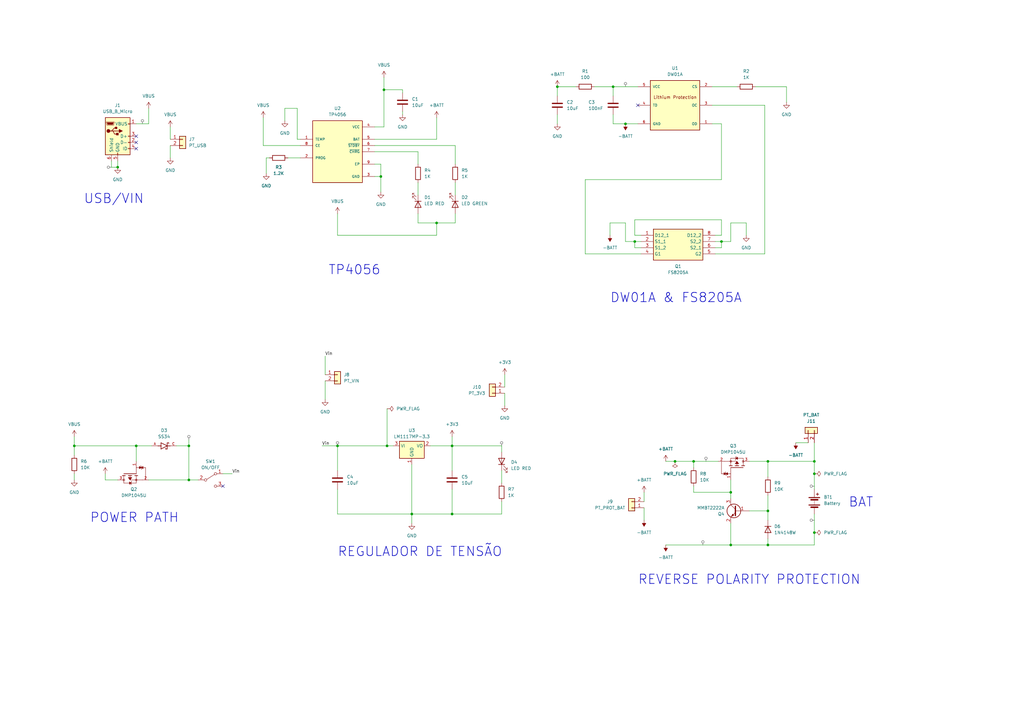
<source format=kicad_sch>
(kicad_sch (version 20230121) (generator eeschema)
  (paper "A3")
  (lib_symbols
    (symbol "Componentes_Usuario:DMP1045U" (pin_names (offset 1.016))
      (property "Reference" "Q" (at -10.16 7.62 0))
      (property "Value" "DMP1045U" (at -10.16 -7.62 0))
      (symbol "DMP1045U_0_0"
        (polyline (pts (xy -3.048 4.572) (xy -3.302 4.318)) (stroke (width 0.1524)))
        (polyline (pts (xy -2.54 2.54) (xy -2.54 4.572)) (stroke (width 0.1524)))
        (polyline (pts (xy -2.54 2.54) (xy 0 2.54)) (stroke (width 0.1524)))
        (polyline (pts (xy -2.54 4.572) (xy -3.048 4.572)) (stroke (width 0.1524)))
        (polyline (pts (xy -2.54 6.35) (xy -2.54 5.334)) (stroke (width 0.1524)))
        (polyline (pts (xy -2.54 6.35) (xy 2.54 6.35)) (stroke (width 0.1524)))
        (polyline (pts (xy -2.032 4.572) (xy -2.54 4.572)) (stroke (width 0.1524)))
        (polyline (pts (xy -1.778 4.826) (xy -2.032 4.572)) (stroke (width 0.1524)))
        (polyline (pts (xy 0 -2.54) (xy 0 2.54)) (stroke (width 0.254)))
        (polyline (pts (xy 0.762 -3.175) (xy 0.762 -2.54)) (stroke (width 0.254)))
        (polyline (pts (xy 0.762 -2.54) (xy 0.762 -1.905)) (stroke (width 0.254)))
        (polyline (pts (xy 0.762 -2.54) (xy 3.81 -2.54)) (stroke (width 0.1524)))
        (polyline (pts (xy 0.762 -0.762) (xy 0.762 0)) (stroke (width 0.254)))
        (polyline (pts (xy 0.762 0) (xy 0.762 0.762)) (stroke (width 0.254)))
        (polyline (pts (xy 0.762 0) (xy 2.54 0)) (stroke (width 0.1524)))
        (polyline (pts (xy 0.762 1.905) (xy 0.762 2.54)) (stroke (width 0.254)))
        (polyline (pts (xy 0.762 2.54) (xy 0.762 3.175)) (stroke (width 0.254)))
        (polyline (pts (xy 2.54 0) (xy 2.54 2.54)) (stroke (width 0.1524)))
        (polyline (pts (xy 2.54 2.54) (xy 0.762 2.54)) (stroke (width 0.1524)))
        (polyline (pts (xy 2.54 2.54) (xy 2.54 5.08)) (stroke (width 0.1524)))
        (polyline (pts (xy 2.54 2.54) (xy 3.81 2.54)) (stroke (width 0.1524)))
        (polyline (pts (xy 3.048 0.762) (xy 3.302 0.508)) (stroke (width 0.1524)))
        (polyline (pts (xy 3.302 0.508) (xy 3.81 0.508)) (stroke (width 0.1524)))
        (polyline (pts (xy 3.81 -2.54) (xy 3.81 0.508)) (stroke (width 0.1524)))
        (polyline (pts (xy 3.81 0.508) (xy 3.81 2.54)) (stroke (width 0.1524)))
        (polyline (pts (xy 3.81 0.508) (xy 4.318 0.508)) (stroke (width 0.1524)))
        (polyline (pts (xy 4.318 0.508) (xy 4.572 0.254)) (stroke (width 0.1524)))
        (polyline (pts (xy -2.54 4.572) (xy -3.048 5.334) (xy -2.032 5.334) (xy -2.54 4.572)) (stroke (width 0.1524)) (fill (type outline)))
        (polyline (pts (xy -2.54 4.572) (xy -2.032 3.81) (xy -3.048 3.81) (xy -2.54 4.572)) (stroke (width 0.1524)) (fill (type outline)))
        (polyline (pts (xy 2.54 0) (xy 1.524 0.762) (xy 1.524 -0.762) (xy 2.54 0)) (stroke (width 0.1524)) (fill (type outline)))
        (polyline (pts (xy 3.81 0.508) (xy 4.318 -0.254) (xy 3.302 -0.254) (xy 3.81 0.508)) (stroke (width 0.1524)) (fill (type outline)))
        (circle (center 2.54 -2.54) (radius 0.3592))
        (circle (center 2.54 2.54) (radius 0.3592))
        (pin passive line (at -5.08 2.54 0) (length 2.54) (name "~") (number "1"))
        (pin passive line (at 2.54 7.62 270) (length 2.54) (name "~") (number "2"))
        (pin passive line (at 2.54 -5.08 90) (length 2.54) (name "~") (number "3"))
      )
    )
    (symbol "Componentes_Usuario:DW01A" (pin_names (offset 1.016))
      (property "Reference" "U" (at -10.16 11.43 0))
      (property "Value" "DW01A" (at -10.16 -12.7 0))
      (symbol "DW01A_0_0"
        (rectangle (start -10.16 10.16) (end 10.16 -10.16) (stroke (width 0.254)) (fill (type background)))
        (text "Lithium Protection" (at -8.89 2.54 0) (effects (font (size 1.27 1.27)) (justify left bottom)))
      )
      (symbol "DW01A_1_0"
        (pin passive line (at 15.24 -7.62 180) (length 5.08) (name "OD") (number "1"))
        (pin passive line (at 15.24 7.62 180) (length 5.08) (name "CS") (number "2"))
        (pin passive line (at 15.24 0 180) (length 5.08) (name "OC") (number "3"))
        (pin passive line (at -15.24 0 0) (length 5.08) (name "TD") (number "4"))
        (pin passive line (at -15.24 7.62 0) (length 5.08) (name "VCC") (number "5"))
        (pin passive line (at -15.24 -7.62 0) (length 5.08) (name "GND") (number "6"))
      )
    )
    (symbol "Componentes_Usuario:FS8205A"
      (property "Reference" "Q" (at -10.16 -7.62 0))
      (property "Value" "FS8205A" (at -10.16 -10.16 0))
      (symbol "FS8205A_1_1"
        (rectangle (start -10.16 6.35) (end 10.16 -6.35) (stroke (width 0.254)) (fill (type background)))
        (pin passive line (at -15.24 3.81 0) (length 5.08) (name "D12_1") (number "1"))
        (pin passive line (at -15.24 1.27 0) (length 5.08) (name "S1_1") (number "2"))
        (pin passive line (at -15.24 -1.27 0) (length 5.08) (name "S1_2") (number "3"))
        (pin passive line (at -15.24 -3.81 0) (length 5.08) (name "G1") (number "4"))
        (pin passive line (at 15.24 -3.81 180) (length 5.08) (name "G2") (number "5"))
        (pin passive line (at 15.24 -1.27 180) (length 5.08) (name "S2_1") (number "6"))
        (pin passive line (at 15.24 1.27 180) (length 5.08) (name "S2_2") (number "7"))
        (pin passive line (at 15.24 3.81 180) (length 5.08) (name "D12_2") (number "8"))
      )
    )
    (symbol "Componentes_Usuario:SS34" (pin_names (offset 1.016))
      (property "Reference" "D" (at -5.08 2.54 0))
      (property "Value" "SS34" (at -5.08 -3.81 0))
      (symbol "SS34_0_0"
        (polyline (pts (xy -2.54 0) (xy -1.27 0)) (stroke (width 0.254)))
        (polyline (pts (xy -1.27 -1.27) (xy 1.27 0)) (stroke (width 0.254)))
        (polyline (pts (xy -1.27 0) (xy -1.27 -1.27)) (stroke (width 0.254)))
        (polyline (pts (xy -1.27 1.27) (xy -1.27 0)) (stroke (width 0.254)))
        (polyline (pts (xy 0.635 -1.016) (xy 0.635 -1.27)) (stroke (width 0.254)))
        (polyline (pts (xy 1.27 -1.27) (xy 0.635 -1.27)) (stroke (width 0.254)))
        (polyline (pts (xy 1.27 0) (xy -1.27 1.27)) (stroke (width 0.254)))
        (polyline (pts (xy 1.27 0) (xy 1.27 -1.27)) (stroke (width 0.254)))
        (polyline (pts (xy 1.27 1.27) (xy 1.27 0)) (stroke (width 0.254)))
        (polyline (pts (xy 1.905 1.27) (xy 1.27 1.27)) (stroke (width 0.254)))
        (polyline (pts (xy 1.905 1.27) (xy 1.905 1.016)) (stroke (width 0.254)))
        (polyline (pts (xy 2.54 0) (xy 1.27 0)) (stroke (width 0.254)))
        (pin passive line (at -5.08 0 0) (length 2.54) (name "~") (number "A"))
        (pin passive line (at 5.08 0 180) (length 2.54) (name "~") (number "C"))
      )
    )
    (symbol "Componentes_Usuario:TP4056" (pin_names (offset 1.016))
      (property "Reference" "U" (at -10.16 13.208 0))
      (property "Value" "TP4056" (at -10.16 -15.24 0))
      (symbol "TP4056_0_0"
        (rectangle (start -10.16 -12.7) (end 10.16 12.7) (stroke (width 0.254)) (fill (type background)))
        (pin passive line (at 15.24 -5.08 180) (length 5.08) (name "EP") (number "9"))
      )
      (symbol "TP4056_1_0"
        (pin passive line (at -15.24 5.08 0) (length 5.08) (name "TEMP") (number "1"))
        (pin passive line (at -15.24 -2.54 0) (length 5.08) (name "PROG") (number "2"))
        (pin passive line (at 15.24 -10.16 180) (length 5.08) (name "GND") (number "3"))
        (pin passive line (at 15.24 10.16 180) (length 5.08) (name "VCC") (number "4"))
        (pin passive line (at 15.24 5.08 180) (length 5.08) (name "BAT") (number "5"))
        (pin passive line (at 15.24 2.54 180) (length 5.08) (name "~{STDBY}") (number "6"))
        (pin passive line (at 15.24 0 180) (length 5.08) (name "~{CHRG}") (number "7"))
        (pin passive line (at -15.24 2.54 0) (length 5.08) (name "CE") (number "8"))
      )
    )
    (symbol "Connector:USB_B_Micro" (pin_names (offset 1.016))
      (property "Reference" "J" (at -5.08 11.43 0))
      (property "Value" "USB_B_Micro" (at -5.08 8.89 0))
      (symbol "USB_B_Micro_0_1"
        (rectangle (start -5.08 -7.62) (end 5.08 7.62) (stroke (width 0.254)) (fill (type background)))
        (circle (center -3.81 2.159) (radius 0.635) (stroke (width 0.254)) (fill (type outline)))
        (circle (center -0.635 3.429) (radius 0.381) (stroke (width 0.254)) (fill (type outline)))
        (rectangle (start -0.127 -7.62) (end 0.127 -6.858))
        (polyline (pts (xy -1.905 2.159) (xy 0.635 2.159)) (stroke (width 0.254)))
        (polyline (pts (xy -3.175 2.159) (xy -2.54 2.159) (xy -1.27 3.429) (xy -0.635 3.429)) (stroke (width 0.254)))
        (polyline (pts (xy -2.54 2.159) (xy -1.905 2.159) (xy -1.27 0.889) (xy 0 0.889)) (stroke (width 0.254)))
        (polyline (pts (xy 0.635 2.794) (xy 0.635 1.524) (xy 1.905 2.159) (xy 0.635 2.794)) (stroke (width 0.254)) (fill (type outline)))
        (polyline (pts (xy -4.318 5.588) (xy -1.778 5.588) (xy -2.032 4.826) (xy -4.064 4.826) (xy -4.318 5.588)) (fill (type outline)))
        (polyline (pts (xy -4.699 5.842) (xy -4.699 5.588) (xy -4.445 4.826) (xy -4.445 4.572) (xy -1.651 4.572) (xy -1.651 4.826) (xy -1.397 5.588) (xy -1.397 5.842) (xy -4.699 5.842)))
        (rectangle (start 0.254 1.27) (end -0.508 0.508) (stroke (width 0.254)) (fill (type outline)))
        (rectangle (start 5.08 -5.207) (end 4.318 -4.953))
        (rectangle (start 5.08 -2.667) (end 4.318 -2.413))
        (rectangle (start 5.08 -0.127) (end 4.318 0.127))
        (rectangle (start 5.08 4.953) (end 4.318 5.207))
      )
      (symbol "USB_B_Micro_1_1"
        (pin power_out line (at 7.62 5.08 180) (length 2.54) (name "VBUS") (number "1"))
        (pin bidirectional line (at 7.62 -2.54 180) (length 2.54) (name "D-") (number "2"))
        (pin bidirectional line (at 7.62 0 180) (length 2.54) (name "D+") (number "3"))
        (pin passive line (at 7.62 -5.08 180) (length 2.54) (name "ID") (number "4"))
        (pin power_out line (at 0 -10.16 90) (length 2.54) (name "GND") (number "5"))
        (pin passive line (at -2.54 -10.16 90) (length 2.54) (name "Shield") (number "6"))
      )
    )
    (symbol "Connector_Generic:Conn_01x02" (pin_names (offset 1.016) hide)
      (property "Reference" "J" (at 0 2.54 0))
      (property "Value" "Conn_01x02" (at 0 -5.08 0))
      (symbol "Conn_01x02_1_1"
        (rectangle (start -1.27 -2.413) (end 0 -2.667) (stroke (width 0.1524)))
        (rectangle (start -1.27 0.127) (end 0 -0.127) (stroke (width 0.1524)))
        (rectangle (start -1.27 1.27) (end 1.27 -3.81) (stroke (width 0.254)) (fill (type background)))
        (pin passive line (at -5.08 0 0) (length 3.81) (name "Pin_1") (number "1"))
        (pin passive line (at -5.08 -2.54 0) (length 3.81) (name "Pin_2") (number "2"))
      )
    )
    (symbol "Device:Battery" (pin_numbers hide) (pin_names (offset 0) hide)
      (property "Reference" "BT" (at 2.54 2.54 0))
      (property "Value" "Battery" (at 2.54 0 0))
      (symbol "Battery_0_1"
        (rectangle (start -2.286 -1.27) (end 2.286 -1.524) (fill (type outline)))
        (rectangle (start -2.286 1.778) (end 2.286 1.524) (fill (type outline)))
        (rectangle (start -1.524 -2.032) (end 1.524 -2.54) (fill (type outline)))
        (rectangle (start -1.524 1.016) (end 1.524 0.508) (fill (type outline)))
        (polyline (pts (xy 0 -1.016) (xy 0 -0.762)))
        (polyline (pts (xy 0 -0.508) (xy 0 -0.254)))
        (polyline (pts (xy 0 0) (xy 0 0.254)))
        (polyline (pts (xy 0 1.778) (xy 0 2.54)))
        (polyline (pts (xy 0.762 3.048) (xy 1.778 3.048)) (stroke (width 0.254)))
        (polyline (pts (xy 1.27 3.556) (xy 1.27 2.54)) (stroke (width 0.254)))
      )
      (symbol "Battery_1_1"
        (pin passive line (at 0 5.08 270) (length 2.54) (name "+") (number "1"))
        (pin passive line (at 0 -5.08 90) (length 2.54) (name "-") (number "2"))
      )
    )
    (symbol "Device:C" (pin_numbers hide) (pin_names (offset 0.254))
      (property "Reference" "C" (at 0.635 2.54 0))
      (property "Value" "C" (at 0.635 -2.54 0))
      (symbol "C_0_1"
        (polyline (pts (xy -2.032 -0.762) (xy 2.032 -0.762)) (stroke (width 0.508)))
        (polyline (pts (xy -2.032 0.762) (xy 2.032 0.762)) (stroke (width 0.508)))
      )
      (symbol "C_1_1"
        (pin passive line (at 0 3.81 270) (length 2.794) (name "~") (number "1"))
        (pin passive line (at 0 -3.81 90) (length 2.794) (name "~") (number "2"))
      )
    )
    (symbol "Device:LED" (pin_numbers hide) (pin_names (offset 1.016) hide)
      (property "Reference" "D" (at 0 2.54 0))
      (property "Value" "LED" (at 0 -2.54 0))
      (symbol "LED_0_1"
        (polyline (pts (xy -1.27 -1.27) (xy -1.27 1.27)) (stroke (width 0.254)))
        (polyline (pts (xy -1.27 0) (xy 1.27 0)))
        (polyline (pts (xy 1.27 -1.27) (xy 1.27 1.27) (xy -1.27 0) (xy 1.27 -1.27)) (stroke (width 0.254)))
        (polyline (pts (xy -3.048 -0.762) (xy -4.572 -2.286) (xy -3.81 -2.286) (xy -4.572 -2.286) (xy -4.572 -1.524)))
        (polyline (pts (xy -1.778 -0.762) (xy -3.302 -2.286) (xy -2.54 -2.286) (xy -3.302 -2.286) (xy -3.302 -1.524)))
      )
      (symbol "LED_1_1"
        (pin passive line (at -3.81 0 0) (length 2.54) (name "K") (number "1"))
        (pin passive line (at 3.81 0 180) (length 2.54) (name "A") (number "2"))
      )
    )
    (symbol "Device:R" (pin_numbers hide) (pin_names (offset 0))
      (property "Reference" "R" (at 2.032 0 90))
      (property "Value" "R" (at 0 0 90))
      (symbol "R_0_1"
        (rectangle (start -1.016 -2.54) (end 1.016 2.54) (stroke (width 0.254)))
      )
      (symbol "R_1_1"
        (pin passive line (at 0 3.81 270) (length 1.27) (name "~") (number "1"))
        (pin passive line (at 0 -3.81 90) (length 1.27) (name "~") (number "2"))
      )
    )
    (symbol "Diode:1N4148W" (pin_numbers hide) (pin_names hide)
      (property "Reference" "D" (at 0 2.54 0))
      (property "Value" "1N4148W" (at 0 -2.54 0))
      (symbol "1N4148W_0_1"
        (polyline (pts (xy -1.27 1.27) (xy -1.27 -1.27)) (stroke (width 0.254)))
        (polyline (pts (xy 1.27 0) (xy -1.27 0)))
        (polyline (pts (xy 1.27 1.27) (xy 1.27 -1.27) (xy -1.27 0) (xy 1.27 1.27)) (stroke (width 0.254)))
      )
      (symbol "1N4148W_1_1"
        (pin passive line (at -3.81 0 0) (length 2.54) (name "K") (number "1"))
        (pin passive line (at 3.81 0 180) (length 2.54) (name "A") (number "2"))
      )
    )
    (symbol "Regulator_Linear:LM1117MP-3.3"
      (property "Reference" "U" (at -3.81 3.175 0))
      (property "Value" "LM1117MP-3.3" (at 0 3.175 0))
      (symbol "LM1117MP-3.3_0_1"
        (rectangle (start -5.08 -5.08) (end 5.08 1.905) (stroke (width 0.254)) (fill (type background)))
      )
      (symbol "LM1117MP-3.3_1_1"
        (pin power_in line (at 0 -7.62 90) (length 2.54) (name "GND") (number "1"))
        (pin power_out line (at 7.62 0 180) (length 2.54) (name "VO") (number "2"))
        (pin power_in line (at -7.62 0 0) (length 2.54) (name "VI") (number "3"))
      )
    )
    (symbol "Switch:SW_SPDT" (pin_names (offset 0) hide)
      (property "Reference" "SW" (at 0 4.318 0))
      (property "Value" "SW_SPDT" (at 0 -5.08 0))
      (symbol "SW_SPDT_0_0"
        (circle (center -2.032 0) (radius 0.508))
        (circle (center 2.032 -2.54) (radius 0.508))
      )
      (symbol "SW_SPDT_0_1"
        (polyline (pts (xy -1.524 0.254) (xy 1.651 2.286)))
        (circle (center 2.032 2.54) (radius 0.508))
      )
      (symbol "SW_SPDT_1_1"
        (pin passive line (at 5.08 2.54 180) (length 2.54) (name "A") (number "1"))
        (pin passive line (at -5.08 0 0) (length 2.54) (name "B") (number "2"))
        (pin passive line (at 5.08 -2.54 180) (length 2.54) (name "C") (number "3"))
      )
    )
    (symbol "Transistor_BJT:BC818" (pin_names (offset 0) hide)
      (property "Reference" "Q" (at 5.08 1.905 0))
      (property "Value" "BC818" (at 5.08 0 0))
      (symbol "BC818_0_1"
        (polyline (pts (xy 0.635 0.635) (xy 2.54 2.54)))
        (polyline (pts (xy 0.635 -0.635) (xy 2.54 -2.54) (xy 2.54 -2.54)))
        (polyline (pts (xy 0.635 1.905) (xy 0.635 -1.905) (xy 0.635 -1.905)) (stroke (width 0.508)))
        (polyline (pts (xy 1.27 -1.778) (xy 1.778 -1.27) (xy 2.286 -2.286) (xy 1.27 -1.778) (xy 1.27 -1.778)) (fill (type outline)))
        (circle (center 1.27 0) (radius 2.8194) (stroke (width 0.254)))
      )
      (symbol "BC818_1_1"
        (pin input line (at -5.08 0 0) (length 5.715) (name "B") (number "1"))
        (pin passive line (at 2.54 -5.08 90) (length 2.54) (name "E") (number "2"))
        (pin passive line (at 2.54 5.08 270) (length 2.54) (name "C") (number "3"))
      )
    )
    (symbol "power:+3V3" (power) (pin_names (offset 0))
      (property "Value" "+3V3" (at 0 3.556 0))
      (symbol "+3V3_0_1"
        (polyline (pts (xy -0.762 1.27) (xy 0 2.54)))
        (polyline (pts (xy 0 0) (xy 0 2.54)))
        (polyline (pts (xy 0 2.54) (xy 0.762 1.27)))
      )
      (symbol "+3V3_1_1"
        (pin power_in line (at 0 0 90) (length 0) hide (name "+3V3") (number "1"))
      )
    )
    (symbol "power:+BATT" (power) (pin_names (offset 0))
      (property "Value" "+BATT" (at 0 3.556 0))
      (symbol "+BATT_0_1"
        (polyline (pts (xy -0.762 1.27) (xy 0 2.54)))
        (polyline (pts (xy 0 0) (xy 0 2.54)))
        (polyline (pts (xy 0 2.54) (xy 0.762 1.27)))
      )
      (symbol "+BATT_1_1"
        (pin power_in line (at 0 0 90) (length 0) hide (name "+BATT") (number "1"))
      )
    )
    (symbol "power:-BATT" (power) (pin_names (offset 0))
      (property "Value" "-BATT" (at 0 3.556 0))
      (symbol "-BATT_0_1"
        (polyline (pts (xy 0 0) (xy 0 2.54)))
        (polyline (pts (xy 0.762 1.27) (xy -0.762 1.27) (xy 0 2.54) (xy 0.762 1.27)) (fill (type outline)))
      )
      (symbol "-BATT_1_1"
        (pin power_in line (at 0 0 90) (length 0) hide (name "-BATT") (number "1"))
      )
    )
    (symbol "power:GND" (power) (pin_names (offset 0))
      (property "Value" "GND" (at 0 -3.81 0))
      (symbol "GND_0_1"
        (polyline (pts (xy 0 0) (xy 0 -1.27) (xy 1.27 -1.27) (xy 0 -2.54) (xy -1.27 -1.27) (xy 0 -1.27)))
      )
      (symbol "GND_1_1"
        (pin power_in line (at 0 0 270) (length 0) hide (name "GND") (number "1"))
      )
    )
    (symbol "power:PWR_FLAG" (power) (pin_numbers hide) (pin_names (offset 0) hide)
      (property "Value" "PWR_FLAG" (at 0 3.81 0))
      (symbol "PWR_FLAG_0_0"
        (pin power_out line (at 0 0 90) (length 0) (name "pwr") (number "1"))
      )
      (symbol "PWR_FLAG_0_1"
        (polyline (pts (xy 0 0) (xy 0 1.27) (xy -1.016 1.905) (xy 0 2.54) (xy 1.016 1.905) (xy 0 1.27)))
      )
    )
    (symbol "power:VBUS" (power) (pin_names (offset 0))
      (property "Value" "VBUS" (at 0 3.81 0))
      (symbol "VBUS_0_1"
        (polyline (pts (xy -0.762 1.27) (xy 0 2.54)))
        (polyline (pts (xy 0 0) (xy 0 2.54)))
        (polyline (pts (xy 0 2.54) (xy 0.762 1.27)))
      )
      (symbol "VBUS_1_1"
        (pin power_in line (at 0 0 90) (length 0) hide (name "VBUS") (number "1"))
      )
    )
  )
  (junction (at 168.91 210.82))
  (junction (at 157.48 36.83))
  (junction (at 334.01 189.23))
  (junction (at 138.43 182.88))
  (junction (at 314.96 223.52))
  (junction (at 185.42 182.88))
  (junction (at 334.01 218.44))
  (junction (at 156.21 72.39))
  (junction (at 77.47 196.85))
  (junction (at 179.07 91.44))
  (junction (at 228.6 35.56))
  (junction (at 256.54 50.8))
  (junction (at 260.35 99.06))
  (junction (at 55.88 182.88))
  (junction (at 314.96 189.23))
  (junction (at 284.48 189.23))
  (junction (at 295.91 99.06))
  (junction (at 30.48 182.88))
  (junction (at 251.46 35.56))
  (junction (at 48.26 68.58))
  (junction (at 276.86 189.23))
  (junction (at 185.42 210.82))
  (junction (at 299.72 201.93))
  (junction (at 314.96 209.55))
  (junction (at 77.47 182.88))
  (junction (at 334.01 194.31))
  (junction (at 299.72 223.52))
  (junction (at 158.75 182.88))
  (no_connect (at 55.88 55.88))
  (no_connect (at 55.88 60.96))
  (no_connect (at 55.88 58.42))
  (no_connect (at 261.62 43.18))
  (no_connect (at 91.44 199.39))
  (wire (pts (xy 43.18 196.85) (xy 48.26 196.85)))
  (wire (pts (xy 295.91 90.17) (xy 295.91 96.52)))
  (wire (pts (xy 293.37 99.06) (xy 295.91 99.06)))
  (wire (pts (xy 314.96 220.98) (xy 314.96 223.52)))
  (wire (pts (xy 264.16 208.28) (xy 264.16 213.36)))
  (wire (pts (xy 292.1 50.8) (xy 295.91 50.8)))
  (wire (pts (xy 186.69 74.93) (xy 186.69 80.01)))
  (wire (pts (xy 284.48 201.93) (xy 284.48 199.39)))
  (wire (pts (xy 185.42 179.07) (xy 185.42 182.88)))
  (wire (pts (xy 186.69 91.44) (xy 186.69 87.63)))
  (wire (pts (xy 171.45 87.63) (xy 171.45 91.44)))
  (wire (pts (xy 109.22 64.77) (xy 109.22 71.12)))
  (wire (pts (xy 186.69 59.69) (xy 186.69 67.31)))
  (wire (pts (xy 205.74 193.04) (xy 205.74 198.12)))
  (wire (pts (xy 138.43 210.82) (xy 168.91 210.82)))
  (wire (pts (xy 121.92 57.15) (xy 123.19 57.15)))
  (wire (pts (xy 295.91 73.66) (xy 240.03 73.66)))
  (wire (pts (xy 256.54 50.8) (xy 261.62 50.8)))
  (wire (pts (xy 240.03 104.14) (xy 262.89 104.14)))
  (wire (pts (xy 295.91 50.8) (xy 295.91 73.66)))
  (wire (pts (xy 299.72 99.06) (xy 299.72 91.44)))
  (wire (pts (xy 299.72 91.44) (xy 306.07 91.44)))
  (wire (pts (xy 326.39 181.61) (xy 331.47 181.61)))
  (wire (pts (xy 185.42 182.88) (xy 176.53 182.88)))
  (wire (pts (xy 179.07 91.44) (xy 186.69 91.44)))
  (wire (pts (xy 207.01 161.29) (xy 207.01 166.37)))
  (wire (pts (xy 260.35 90.17) (xy 295.91 90.17)))
  (wire (pts (xy 334.01 181.61) (xy 334.01 189.23)))
  (wire (pts (xy 314.96 203.2) (xy 314.96 209.55)))
  (wire (pts (xy 157.48 31.75) (xy 157.48 36.83)))
  (wire (pts (xy 322.58 35.56) (xy 322.58 41.91)))
  (wire (pts (xy 157.48 52.07) (xy 153.67 52.07)))
  (wire (pts (xy 43.18 196.85) (xy 43.18 194.31)))
  (wire (pts (xy 138.43 96.52) (xy 138.43 87.63)))
  (wire (pts (xy 95.25 194.31) (xy 91.44 194.31)))
  (wire (pts (xy 251.46 39.37) (xy 251.46 35.56)))
  (wire (pts (xy 334.01 223.52) (xy 314.96 223.52)))
  (wire (pts (xy 107.95 48.26) (xy 107.95 59.69)))
  (wire (pts (xy 69.85 59.69) (xy 69.85 64.77)))
  (wire (pts (xy 55.88 182.88) (xy 55.88 189.23)))
  (wire (pts (xy 314.96 209.55) (xy 307.34 209.55)))
  (wire (pts (xy 299.72 214.63) (xy 299.72 223.52)))
  (wire (pts (xy 30.48 196.85) (xy 30.48 194.31)))
  (wire (pts (xy 307.34 189.23) (xy 314.96 189.23)))
  (wire (pts (xy 207.01 153.67) (xy 207.01 158.75)))
  (wire (pts (xy 171.45 74.93) (xy 171.45 80.01)))
  (wire (pts (xy 116.84 44.45) (xy 116.84 49.53)))
  (wire (pts (xy 165.1 36.83) (xy 157.48 36.83)))
  (wire (pts (xy 228.6 35.56) (xy 236.22 35.56)))
  (wire (pts (xy 165.1 38.1) (xy 165.1 36.83)))
  (wire (pts (xy 168.91 210.82) (xy 168.91 190.5)))
  (wire (pts (xy 260.35 96.52) (xy 260.35 90.17)))
  (wire (pts (xy 179.07 57.15) (xy 179.07 48.26)))
  (wire (pts (xy 313.69 43.18) (xy 313.69 104.14)))
  (wire (pts (xy 273.05 223.52) (xy 299.72 223.52)))
  (wire (pts (xy 171.45 67.31) (xy 171.45 62.23)))
  (wire (pts (xy 77.47 182.88) (xy 77.47 196.85)))
  (wire (pts (xy 138.43 96.52) (xy 179.07 96.52)))
  (wire (pts (xy 299.72 201.93) (xy 299.72 204.47)))
  (wire (pts (xy 165.1 46.99) (xy 165.1 45.72)))
  (wire (pts (xy 284.48 189.23) (xy 284.48 191.77)))
  (wire (pts (xy 240.03 73.66) (xy 240.03 104.14)))
  (wire (pts (xy 306.07 91.44) (xy 306.07 96.52)))
  (wire (pts (xy 81.28 196.85) (xy 77.47 196.85)))
  (wire (pts (xy 334.01 194.31) (xy 334.01 200.66)))
  (wire (pts (xy 260.35 99.06) (xy 256.54 99.06)))
  (wire (pts (xy 295.91 99.06) (xy 295.91 101.6)))
  (wire (pts (xy 256.54 91.44) (xy 250.19 91.44)))
  (wire (pts (xy 121.92 44.45) (xy 116.84 44.45)))
  (wire (pts (xy 30.48 182.88) (xy 30.48 186.69)))
  (wire (pts (xy 334.01 189.23) (xy 334.01 194.31)))
  (wire (pts (xy 153.67 57.15) (xy 179.07 57.15)))
  (wire (pts (xy 118.11 64.77) (xy 123.19 64.77)))
  (wire (pts (xy 109.22 64.77) (xy 110.49 64.77)))
  (wire (pts (xy 309.88 35.56) (xy 322.58 35.56)))
  (wire (pts (xy 292.1 35.56) (xy 302.26 35.56)))
  (wire (pts (xy 48.26 66.04) (xy 48.26 68.58)))
  (wire (pts (xy 250.19 91.44) (xy 250.19 96.52)))
  (wire (pts (xy 157.48 36.83) (xy 157.48 52.07)))
  (wire (pts (xy 299.72 223.52) (xy 314.96 223.52)))
  (wire (pts (xy 205.74 205.74) (xy 205.74 210.82)))
  (wire (pts (xy 156.21 67.31) (xy 156.21 72.39)))
  (wire (pts (xy 262.89 101.6) (xy 260.35 101.6)))
  (wire (pts (xy 158.75 167.64) (xy 158.75 182.88)))
  (wire (pts (xy 295.91 96.52) (xy 293.37 96.52)))
  (wire (pts (xy 153.67 59.69) (xy 186.69 59.69)))
  (wire (pts (xy 185.42 193.04) (xy 185.42 182.88)))
  (wire (pts (xy 171.45 91.44) (xy 179.07 91.44)))
  (wire (pts (xy 138.43 200.66) (xy 138.43 210.82)))
  (wire (pts (xy 55.88 182.88) (xy 62.23 182.88)))
  (wire (pts (xy 299.72 196.85) (xy 299.72 201.93)))
  (wire (pts (xy 243.84 35.56) (xy 251.46 35.56)))
  (wire (pts (xy 60.96 196.85) (xy 77.47 196.85)))
  (wire (pts (xy 107.95 59.69) (xy 123.19 59.69)))
  (wire (pts (xy 69.85 52.07) (xy 69.85 57.15)))
  (wire (pts (xy 185.42 200.66) (xy 185.42 210.82)))
  (wire (pts (xy 256.54 99.06) (xy 256.54 91.44)))
  (wire (pts (xy 48.26 68.58) (xy 45.72 68.58)))
  (wire (pts (xy 295.91 101.6) (xy 293.37 101.6)))
  (wire (pts (xy 251.46 46.99) (xy 251.46 50.8)))
  (wire (pts (xy 138.43 182.88) (xy 138.43 193.04)))
  (wire (pts (xy 30.48 179.07) (xy 30.48 182.88)))
  (wire (pts (xy 251.46 50.8) (xy 256.54 50.8)))
  (wire (pts (xy 334.01 218.44) (xy 334.01 223.52)))
  (wire (pts (xy 228.6 39.37) (xy 228.6 35.56)))
  (wire (pts (xy 121.92 57.15) (xy 121.92 44.45)))
  (wire (pts (xy 185.42 182.88) (xy 205.74 182.88)))
  (wire (pts (xy 55.88 50.8) (xy 60.96 50.8)))
  (wire (pts (xy 133.35 146.05) (xy 133.35 153.67)))
  (wire (pts (xy 138.43 182.88) (xy 158.75 182.88)))
  (wire (pts (xy 334.01 210.82) (xy 334.01 218.44)))
  (wire (pts (xy 251.46 35.56) (xy 261.62 35.56)))
  (wire (pts (xy 260.35 101.6) (xy 260.35 99.06)))
  (wire (pts (xy 228.6 50.8) (xy 228.6 46.99)))
  (wire (pts (xy 334.01 189.23) (xy 314.96 189.23)))
  (wire (pts (xy 264.16 201.93) (xy 264.16 205.74)))
  (wire (pts (xy 205.74 210.82) (xy 185.42 210.82)))
  (wire (pts (xy 185.42 210.82) (xy 168.91 210.82)))
  (wire (pts (xy 72.39 182.88) (xy 77.47 182.88)))
  (wire (pts (xy 133.35 156.21) (xy 133.35 163.83)))
  (wire (pts (xy 77.47 182.88) (xy 77.47 180.34)))
  (wire (pts (xy 179.07 91.44) (xy 179.07 96.52)))
  (wire (pts (xy 262.89 96.52) (xy 260.35 96.52)))
  (wire (pts (xy 168.91 214.63) (xy 168.91 210.82)))
  (wire (pts (xy 30.48 182.88) (xy 55.88 182.88)))
  (wire (pts (xy 158.75 182.88) (xy 161.29 182.88)))
  (wire (pts (xy 45.72 68.58) (xy 45.72 66.04)))
  (wire (pts (xy 260.35 99.06) (xy 262.89 99.06)))
  (wire (pts (xy 153.67 67.31) (xy 156.21 67.31)))
  (wire (pts (xy 205.74 182.88) (xy 205.74 185.42)))
  (wire (pts (xy 314.96 209.55) (xy 314.96 213.36)))
  (wire (pts (xy 295.91 99.06) (xy 299.72 99.06)))
  (wire (pts (xy 313.69 104.14) (xy 293.37 104.14)))
  (wire (pts (xy 276.86 189.23) (xy 284.48 189.23)))
  (wire (pts (xy 273.05 189.23) (xy 276.86 189.23)))
  (wire (pts (xy 284.48 201.93) (xy 299.72 201.93)))
  (wire (pts (xy 294.64 189.23) (xy 284.48 189.23)))
  (wire (pts (xy 153.67 72.39) (xy 156.21 72.39)))
  (wire (pts (xy 156.21 72.39) (xy 156.21 78.74)))
  (wire (pts (xy 60.96 44.45) (xy 60.96 50.8)))
  (wire (pts (xy 314.96 189.23) (xy 314.96 195.58)))
  (wire (pts (xy 153.67 62.23) (xy 171.45 62.23)))
  (wire (pts (xy 132.08 182.88) (xy 138.43 182.88)))
  (wire (pts (xy 292.1 43.18) (xy 313.69 43.18)))
  (text "POWER PATH" (at 36.83 214.63 0) (effects (font (size 3.81 3.81) (thickness 0.254) bold) (justify left bottom)))
  (text "DW01A & FS8205A" (at 250.19 124.46 0) (effects (font (size 3.81 3.81) (thickness 0.254) bold) (justify left bottom)))
  (text "REGULADOR DE TENSÃO" (at 138.43 228.6 0) (effects (font (size 3.81 3.81) (thickness 0.254) bold) (justify left bottom)))
  (text "REVERSE POLARITY PROTECTION" (at 261.62 240.03 0) (effects (font (size 3.81 3.81) (thickness 0.254) bold) (justify left bottom)))
  (text "USB/VIN" (at 34.29 83.82 0) (effects (font (size 3.81 3.81) (thickness 0.254) bold) (justify left bottom)))
  (text "BAT" (at 347.98 208.28 0) (effects (font (size 3.81 3.81) (thickness 0.254) bold) (justify left bottom)))
  (text "TP4056" (at 134.62 113.03 0) (effects (font (size 3.81 3.81) (thickness 0.254) bold) (justify left bottom)))
  (label "Vin" (at 133.35 146.05 0))
  (label "Vin" (at 132.08 182.88 0))
  (label "Vin" (at 95.25 194.31 0))
  (netclass_flag "" (length 1.27) (shape round) (at 256.54 35.56 0) (property "Netclass" "Power" (effects hide)))
  (netclass_flag "" (length 1.27) (shape round) (at 288.29 223.52 0) (property "Netclass" "Power" (effects hide)))
  (netclass_flag "" (length 1.27) (shape round) (at 45.72 68.58 90) (property "Netclass" "Power" (effects hide)))
  (netclass_flag "" (length 1.27) (shape round) (at 138.43 182.88 0) (property "Netclass" "Power" (effects hide)))
  (netclass_flag "" (length 1.27) (shape round) (at 205.74 182.88 0) (property "Netclass" "Power" (effects hide)))
  (netclass_flag "" (length 1.27) (shape round) (at 334.01 213.36 90) (property "Netclass" "Power" (effects hide)))
  (netclass_flag "" (length 1.27) (shape round) (at 77.47 180.34 0) (property "Netclass" "Power" (effects hide)))
  (netclass_flag "" (length 1.27) (shape round) (at 289.56 189.23 0) (property "Netclass" "Power" (effects hide)))
  (netclass_flag "" (length 1.27) (shape round) (at 58.42 50.8 0) (property "Netclass" "Power" (effects hide)))
  (netclass_flag "" (length 1.27) (shape round) (at 334.01 199.39 90) (property "Netclass" "Power" (effects hide)))
  (symbol (lib_id "Connector_Generic:Conn_01x02") (at 259.08 208.28 180) (unit 1)
    (property "Reference" "J9" (at 250.19 205.74 0))
    (property "Value" "PT_PROT_BAT" (at 250.19 208.28 0))
    (property "Footprint" "Connector_PinHeader_2.54mm:PinHeader_1x02_P2.54mm_Vertical" (effects hide))
  )
  (symbol (lib_id "power:GND") (at 69.85 64.77 0) (unit 1)
    (property "Reference" "#PWR029" (effects hide))
    (property "Value" "GND" (at 69.85 69.85 0))
  )
  (symbol (lib_id "Componentes_Usuario:DMP1045U") (at 302.26 191.77 90) (unit 1)
    (property "Reference" "Q3" (at 300.6979 182.88 90))
    (property "Value" "DMP1045U" (at 300.6979 185.42 90))
    (property "Footprint" "Footprint_lib_user:DMP1045U" (effects hide))
    (property "MF" "Diodes Inc." (effects hide))
    (property "MAXIMUM_PACKAGE_HEIGHT" "1.1 mm" (effects hide))
    (property "Package" "SOT-23 Diodes Inc." (effects hide))
    (property "Price" "None" (effects hide))
    (property "Check_prices" "https://www.snapeda.com/parts/DMP1045U/Diodes+Inc./view-part/?ref=eda" (effects hide))
    (property "STANDARD" "IPC 7351B" (effects hide))
    (property "PARTREV" "7 - 2" (effects hide))
    (property "SnapEDA_Link" "https://www.snapeda.com/parts/DMP1045U/Diodes+Inc./view-part/?ref=snap" (effects hide))
    (property "MP" "DMP1045U" (effects hide))
    (property "Description" "\nP-Channel 12 V 2.6A (Ta) 530mW Surface Mount X2-WLB0808-4 (Type C)\n" (effects hide))
    (property "Availability" "In Stock" (effects hide))
    (property "MANUFACTURER" "Diodes Inc." (effects hide))
  )
  (symbol (lib_id "power:-BATT") (at 256.54 50.8 180) (unit 1)
    (property "Reference" "#PWR024" (effects hide))
    (property "Value" "-BATT" (at 256.54 55.88 0))
  )
  (symbol (lib_id "Regulator_Linear:LM1117MP-3.3") (at 168.91 182.88 0) (unit 1)
    (property "Reference" "U3" (at 168.91 176.53 0))
    (property "Value" "LM1117MP-3.3" (at 168.91 179.07 0))
    (property "Footprint" "Package_TO_SOT_SMD:SOT-223-3_TabPin2" (effects hide))
    (property "Datasheet" "http://www.ti.com/lit/ds/symlink/lm1117.pdf" (effects hide))
  )
  (symbol (lib_id "Device:R") (at 205.74 201.93 0) (unit 1)
    (property "Reference" "R7" (at 208.28 200.66 0) (effects (justify left)))
    (property "Value" "1K" (at 208.28 203.2 0) (effects (justify left)))
    (property "Footprint" "Resistor_SMD:R_0805_2012Metric" (effects hide))
  )
  (symbol (lib_id "Device:C") (at 185.42 196.85 0) (unit 1)
    (property "Reference" "C5" (at 189.23 195.58 0) (effects (justify left)))
    (property "Value" "10uF" (at 189.23 198.12 0) (effects (justify left)))
    (property "Footprint" "Capacitor_SMD:C_0805_2012Metric" (effects hide))
  )
  (symbol (lib_id "Device:C") (at 138.43 196.85 0) (unit 1)
    (property "Reference" "C4" (at 142.24 195.58 0) (effects (justify left)))
    (property "Value" "10uF" (at 142.24 198.12 0) (effects (justify left)))
    (property "Footprint" "Capacitor_SMD:C_0805_2012Metric" (effects hide))
  )
  (symbol (lib_id "power:+3V3") (at 185.42 179.07 0) (unit 1)
    (property "Reference" "#PWR03" (effects hide))
    (property "Value" "+3V3" (at 185.42 173.99 0))
  )
  (symbol (lib_id "power:-BATT") (at 250.19 96.52 180) (unit 1)
    (property "Reference" "#PWR022" (effects hide))
    (property "Value" "-BATT" (at 250.19 101.6 0))
  )
  (symbol (lib_id "power:GND") (at 156.21 78.74 0) (unit 1)
    (property "Reference" "#PWR014" (effects hide))
    (property "Value" "GND" (at 156.21 83.82 0))
  )
  (symbol (lib_id "power:GND") (at 228.6 50.8 0) (unit 1)
    (property "Reference" "#PWR026" (effects hide))
    (property "Value" "GND" (at 228.6 55.88 0))
  )
  (symbol (lib_id "Device:LED") (at 205.74 189.23 90) (unit 1)
    (property "Reference" "D4" (at 209.55 189.5475 90) (effects (justify right)))
    (property "Value" "LED RED" (at 209.55 192.0875 90) (effects (justify right)))
    (property "Footprint" "LED_SMD:LED_0805_2012Metric" (effects hide))
  )
  (symbol (lib_id "Connector_Generic:Conn_01x02") (at 138.43 153.67 0) (unit 1)
    (property "Reference" "J8" (at 140.97 153.67 0) (effects (justify left)))
    (property "Value" "PT_VIN" (at 140.97 156.21 0) (effects (justify left)))
    (property "Footprint" "Connector_PinHeader_2.54mm:PinHeader_1x02_P2.54mm_Vertical" (effects hide))
  )
  (symbol (lib_id "power:PWR_FLAG") (at 334.01 218.44 270) (unit 1)
    (property "Reference" "#FLG05" (effects hide))
    (property "Value" "PWR_FLAG" (at 337.82 218.44 90) (effects (justify left)))
  )
  (symbol (lib_id "power:VBUS") (at 107.95 48.26 0) (unit 1)
    (property "Reference" "#PWR011" (effects hide))
    (property "Value" "VBUS" (at 107.95 43.18 0))
  )
  (symbol (lib_id "power:+BATT") (at 273.05 189.23 0) (unit 1)
    (property "Reference" "#PWR01" (effects hide))
    (property "Value" "+BATT" (at 273.05 184.15 0))
  )
  (symbol (lib_id "Device:R") (at 306.07 35.56 90) (unit 1)
    (property "Reference" "R2" (at 306.07 29.21 90))
    (property "Value" "1K" (at 306.07 31.75 90))
    (property "Footprint" "Resistor_SMD:R_0805_2012Metric" (effects hide))
  )
  (symbol (lib_id "Componentes_Usuario:TP4056") (at 138.43 62.23 0) (unit 1)
    (property "Reference" "U2" (at 138.43 44.45 0))
    (property "Value" "TP4056" (at 138.43 46.99 0))
    (property "Footprint" "Footprint_lib_user:TP4056" (effects hide))
  )
  (symbol (lib_id "power:GND") (at 133.35 163.83 0) (unit 1)
    (property "Reference" "#PWR032" (effects hide))
    (property "Value" "GND" (at 133.35 168.91 0))
  )
  (symbol (lib_id "power:VBUS") (at 30.48 179.07 0) (unit 1)
    (property "Reference" "#PWR06" (effects hide))
    (property "Value" "VBUS" (at 30.48 173.99 0))
  )
  (symbol (lib_id "Device:R") (at 171.45 71.12 0) (unit 1)
    (property "Reference" "R4" (at 173.99 69.85 0) (effects (justify left)))
    (property "Value" "1K" (at 173.99 72.39 0) (effects (justify left)))
    (property "Footprint" "Resistor_SMD:R_0805_2012Metric" (effects hide))
  )
  (symbol (lib_id "Connector_Generic:Conn_01x02") (at 74.93 57.15 0) (unit 1)
    (property "Reference" "J7" (at 77.47 57.15 0) (effects (justify left)))
    (property "Value" "PT_USB" (at 77.47 59.69 0) (effects (justify left)))
    (property "Footprint" "Connector_PinHeader_2.54mm:PinHeader_1x02_P2.54mm_Vertical" (effects hide))
  )
  (symbol (lib_id "power:-BATT") (at 273.05 223.52 180) (unit 1)
    (property "Reference" "#PWR018" (effects hide))
    (property "Value" "-BATT" (at 273.05 228.6 0))
  )
  (symbol (lib_id "power:GND") (at 109.22 71.12 0) (unit 1)
    (property "Reference" "#PWR015" (effects hide))
    (property "Value" "GND" (at 109.22 76.2 0))
  )
  (symbol (lib_id "power:GND") (at 30.48 196.85 0) (unit 1)
    (property "Reference" "#PWR07" (effects hide))
    (property "Value" "GND" (at 30.48 201.93 0))
  )
  (symbol (lib_id "Componentes_Usuario:FS8205A") (at 278.13 100.33 0) (unit 1)
    (property "Reference" "Q1" (at 278.13 109.22 0))
    (property "Value" "FS8205A" (at 278.13 111.76 0))
    (property "Footprint" "Footprint_lib_user:FS8205A" (effects hide))
    (property "Datasheet" "http://www.ic-fortune.com/upload/Download/FS8205A-DS-12_EN.pdf" (effects hide))
    (property "Height" "1.2" (effects hide))
    (property "Manufacturer_Name" "Fortune Semiconductor Corporation" (effects hide))
    (property "Manufacturer_Part_Number" "FS8205A" (effects hide))
  )
  (symbol (lib_id "Device:C") (at 165.1 41.91 0) (unit 1)
    (property "Reference" "C1" (at 168.91 40.64 0) (effects (justify left)))
    (property "Value" "10uF" (at 168.91 43.18 0) (effects (justify left)))
    (property "Footprint" "Capacitor_SMD:C_0805_2012Metric" (effects hide))
  )
  (symbol (lib_id "power:GND") (at 306.07 96.52 0) (unit 1)
    (property "Reference" "#PWR021" (effects hide))
    (property "Value" "GND" (at 306.07 101.6 0))
  )
  (symbol (lib_id "Device:R") (at 30.48 190.5 0) (unit 1)
    (property "Reference" "R6" (at 33.02 189.23 0) (effects (justify left)))
    (property "Value" "10K" (at 33.02 191.77 0) (effects (justify left)))
    (property "Footprint" "Resistor_SMD:R_0805_2012Metric" (effects hide))
  )
  (symbol (lib_id "power:GND") (at 207.01 166.37 0) (unit 1)
    (property "Reference" "#PWR037" (effects hide))
    (property "Value" "GND" (at 207.01 171.45 0))
  )
  (symbol (lib_id "Device:R") (at 314.96 199.39 0) (unit 1)
    (property "Reference" "R9" (at 317.5 198.12 0) (effects (justify left)))
    (property "Value" "10K" (at 317.5 200.66 0) (effects (justify left)))
    (property "Footprint" "Resistor_SMD:R_0805_2012Metric" (effects hide))
  )
  (symbol (lib_id "power:VBUS") (at 138.43 87.63 0) (unit 1)
    (property "Reference" "#PWR017" (effects hide))
    (property "Value" "VBUS" (at 138.43 82.55 0))
  )
  (symbol (lib_id "power:+BATT") (at 264.16 201.93 0) (unit 1)
    (property "Reference" "#PWR033" (effects hide))
    (property "Value" "+BATT" (at 264.16 196.85 0))
  )
  (symbol (lib_id "power:GND") (at 165.1 46.99 0) (unit 1)
    (property "Reference" "#PWR010" (effects hide))
    (property "Value" "GND" (at 165.1 52.07 0))
  )
  (symbol (lib_id "Device:R") (at 284.48 195.58 0) (unit 1)
    (property "Reference" "R8" (at 287.02 194.31 0) (effects (justify left)))
    (property "Value" "10K" (at 287.02 196.85 0) (effects (justify left)))
    (property "Footprint" "Resistor_SMD:R_0805_2012Metric" (effects hide))
  )
  (symbol (lib_id "Connector_Generic:Conn_01x02") (at 201.93 161.29 180) (unit 1)
    (property "Reference" "J10" (at 195.58 158.75 0))
    (property "Value" "PT_3V3" (at 195.58 161.29 0))
    (property "Footprint" "Connector_PinHeader_2.54mm:PinHeader_1x02_P2.54mm_Vertical" (effects hide))
  )
  (symbol (lib_id "power:GND") (at 48.26 68.58 0) (unit 1)
    (property "Reference" "#PWR09" (effects hide))
    (property "Value" "GND" (at 48.26 73.66 0))
  )
  (symbol (lib_id "Transistor_BJT:BC818") (at 302.26 209.55 0) (mirror y) (unit 1)
    (property "Reference" "Q4" (at 297.18 210.82 0) (effects (justify left)))
    (property "Value" "MMBT2222A" (at 297.18 208.28 0) (effects (justify left)))
    (property "Footprint" "Package_TO_SOT_SMD:SOT-23" (effects hide))
    (property "Datasheet" "https://www.onsemi.com/pub/Collateral/BC818-D.pdf" (effects hide))
  )
  (symbol (lib_id "Device:R") (at 186.69 71.12 0) (unit 1)
    (property "Reference" "R5" (at 189.23 69.85 0) (effects (justify left)))
    (property "Value" "1K" (at 189.23 72.39 0) (effects (justify left)))
    (property "Footprint" "Resistor_SMD:R_0805_2012Metric" (effects hide))
  )
  (symbol (lib_id "Device:C") (at 251.46 43.18 0) (unit 1)
    (property "Reference" "C3" (at 241.3 41.91 0) (effects (justify left)))
    (property "Value" "100nF" (at 241.3 44.45 0) (effects (justify left)))
    (property "Footprint" "Capacitor_SMD:C_0805_2012Metric" (effects hide))
  )
  (symbol (lib_id "power:GND") (at 116.84 49.53 0) (unit 1)
    (property "Reference" "#PWR016" (effects hide))
    (property "Value" "GND" (at 116.84 54.61 0))
  )
  (symbol (lib_id "power:PWR_FLAG") (at 334.01 194.31 270) (unit 1)
    (property "Reference" "#FLG06" (effects hide))
    (property "Value" "PWR_FLAG" (at 337.82 194.31 90) (effects (justify left)))
  )
  (symbol (lib_id "power:-BATT") (at 326.39 181.61 180) (unit 1)
    (property "Reference" "#PWR038" (effects hide))
    (property "Value" "-BATT" (at 326.39 186.69 0))
  )
  (symbol (lib_id "power:+BATT") (at 228.6 35.56 0) (unit 1)
    (property "Reference" "#PWR025" (effects hide))
    (property "Value" "+BATT" (at 228.6 30.48 0))
  )
  (symbol (lib_id "power:PWR_FLAG") (at 276.86 189.23 180) (unit 1)
    (property "Reference" "#FLG01" (effects hide))
    (property "Value" "PWR_FLAG" (at 276.86 194.31 0))
  )
  (symbol (lib_id "Device:Battery") (at 334.01 205.74 0) (unit 1)
    (property "Reference" "BT1" (at 337.82 203.8985 0) (effects (justify left)))
    (property "Value" "Battery" (at 337.82 206.4385 0) (effects (justify left)))
    (property "Footprint" "Battery:BatteryHolder_Keystone_1042_1x18650" (effects hide))
  )
  (symbol (lib_id "Componentes_Usuario:DMP1045U") (at 53.34 194.31 270) (unit 1)
    (property "Reference" "Q2" (at 54.9021 200.66 90))
    (property "Value" "DMP1045U" (at 54.9021 203.2 90))
    (property "Footprint" "Footprint_lib_user:DMP1045U" (effects hide))
    (property "MF" "Diodes Inc." (effects hide))
    (property "MAXIMUM_PACKAGE_HEIGHT" "1.1 mm" (effects hide))
    (property "Package" "SOT-23 Diodes Inc." (effects hide))
    (property "Price" "None" (effects hide))
    (property "Check_prices" "https://www.snapeda.com/parts/DMP1045U/Diodes+Inc./view-part/?ref=eda" (effects hide))
    (property "STANDARD" "IPC 7351B" (effects hide))
    (property "PARTREV" "7 - 2" (effects hide))
    (property "SnapEDA_Link" "https://www.snapeda.com/parts/DMP1045U/Diodes+Inc./view-part/?ref=snap" (effects hide))
    (property "MP" "DMP1045U" (effects hide))
    (property "Description" "\nP-Channel 12 V 2.6A (Ta) 530mW Surface Mount X2-WLB0808-4 (Type C)\n" (effects hide))
    (property "Availability" "In Stock" (effects hide))
    (property "MANUFACTURER" "Diodes Inc." (effects hide))
  )
  (symbol (lib_id "power:PWR_FLAG") (at 158.75 167.64 270) (unit 1)
    (property "Reference" "#FLG04" (effects hide))
    (property "Value" "PWR_FLAG" (at 162.56 167.64 90) (effects (justify left)))
  )
  (symbol (lib_id "Connector:USB_B_Micro") (at 48.26 55.88 0) (unit 1)
    (property "Reference" "J1" (at 48.26 43.18 0))
    (property "Value" "USB_B_Micro" (at 48.26 45.72 0))
    (property "Footprint" "Connector_USB:USB_Micro-B_Molex_47346-0001" (effects hide))
  )
  (symbol (lib_id "power:-BATT") (at 264.16 213.36 180) (unit 1)
    (property "Reference" "#PWR035" (effects hide))
    (property "Value" "-BATT" (at 264.16 218.44 0))
  )
  (symbol (lib_id "Device:LED") (at 171.45 83.82 270) (unit 1)
    (property "Reference" "D1" (at 173.99 80.9625 90) (effects (justify left)))
    (property "Value" "LED RED" (at 173.99 83.5025 90) (effects (justify left)))
    (property "Footprint" "LED_SMD:LED_0805_2012Metric" (effects hide))
  )
  (symbol (lib_id "Componentes_Usuario:DW01A") (at 276.86 43.18 0) (unit 1)
    (property "Reference" "U1" (at 276.86 27.94 0))
    (property "Value" "DW01A" (at 276.86 30.48 0))
    (property "Footprint" "Footprint_lib_user:DW01A" (effects hide))
  )
  (symbol (lib_id "power:+BATT") (at 179.07 48.26 0) (unit 1)
    (property "Reference" "#PWR020" (effects hide))
    (property "Value" "+BATT" (at 179.07 43.18 0))
  )
  (symbol (lib_id "Componentes_Usuario:SS34") (at 67.31 182.88 0) (unit 1)
    (property "Reference" "D3" (at 67.31 176.53 0))
    (property "Value" "SS34" (at 67.31 179.07 0))
    (property "Footprint" "Footprint_lib_user:SS34" (effects hide))
    (property "MF" "onsemi" (effects hide))
    (property "SNAPEDA_PACKAGE_ID" "36301" (effects hide))
    (property "Package" "SMC-2 ON Semiconductor" (effects hide))
    (property "Price" "None" (effects hide))
    (property "Check_prices" "https://www.snapeda.com/parts/SS34/Onsemi/view-part/?ref=eda" (effects hide))
    (property "STANDARD" "IPC-7351B" (effects hide))
    (property "PARTREV" "31 Aug 2016" (effects hide))
    (property "SnapEDA_Link" "https://www.snapeda.com/parts/SS34/Onsemi/view-part/?ref=snap" (effects hide))
    (property "MP" "SS34" (effects hide))
    (property "Purchase-URL" "https://www.snapeda.com/api/url_track_click_mouser/?unipart_id=6593245&manufacturer=onsemi&part_name=SS34&search_term=ss34" (effects hide))
    (property "Description" "\nDiode Schottky 40 V 3A Surface Mount SMC (DO-214AB)\n" (effects hide))
    (property "MANUFACTURER" "On Semiconductor" (effects hide))
    (property "Availability" "In Stock" (effects hide))
    (property "MAXIMUM_PACKAGE_HEIGHT" "2.65mm" (effects hide))
  )
  (symbol (lib_id "power:+BATT") (at 43.18 194.31 0) (unit 1)
    (property "Reference" "#PWR08" (effects hide))
    (property "Value" "+BATT" (at 43.18 189.23 0))
  )
  (symbol (lib_id "Device:R") (at 240.03 35.56 90) (unit 1)
    (property "Reference" "R1" (at 240.03 29.21 90))
    (property "Value" "100" (at 240.03 31.75 90))
    (property "Footprint" "Resistor_SMD:R_0805_2012Metric" (effects hide))
  )
  (symbol (lib_id "Device:C") (at 228.6 43.18 0) (unit 1)
    (property "Reference" "C2" (at 232.41 41.91 0) (effects (justify left)))
    (property "Value" "10uF" (at 232.41 44.45 0) (effects (justify left)))
    (property "Footprint" "Capacitor_SMD:C_0805_2012Metric" (effects hide))
  )
  (symbol (lib_id "power:GND") (at 322.58 41.91 0) (unit 1)
    (property "Reference" "#PWR023" (effects hide))
    (property "Value" "GND" (at 322.58 46.99 0))
  )
  (symbol (lib_id "power:VBUS") (at 69.85 52.07 0) (unit 1)
    (property "Reference" "#PWR019" (effects hide))
    (property "Value" "VBUS" (at 69.85 46.99 0))
  )
  (symbol (lib_id "power:GND") (at 168.91 214.63 0) (unit 1)
    (property "Reference" "#PWR02" (effects hide))
    (property "Value" "GND" (at 168.91 219.71 0))
  )
  (symbol (lib_id "Device:R") (at 114.3 64.77 90) (unit 1)
    (property "Reference" "R3" (at 114.3 68.58 90))
    (property "Value" "1.2K" (at 114.3 71.12 90))
    (property "Footprint" "Resistor_SMD:R_0805_2012Metric" (effects hide))
  )
  (symbol (lib_id "Connector_Generic:Conn_01x02") (at 331.47 176.53 90) (unit 1)
    (property "Reference" "J11" (at 332.74 172.72 90))
    (property "Value" "PT_BAT" (at 332.74 170.18 90))
    (property "Footprint" "Connector_PinHeader_2.54mm:PinHeader_1x02_P2.54mm_Vertical" (effects hide))
  )
  (symbol (lib_id "Switch:SW_SPDT") (at 86.36 196.85 0) (unit 1)
    (property "Reference" "SW1" (at 86.36 189.23 0))
    (property "Value" "ON/OFF" (at 86.36 191.77 0))
    (property "Footprint" "Footprint_lib_user:SW_DESLIZANTE" (effects hide))
  )
  (symbol (lib_id "Diode:1N4148W") (at 314.96 217.17 270) (unit 1)
    (property "Reference" "D6" (at 317.5 215.9 90) (effects (justify left)))
    (property "Value" "1N4148W" (at 317.5 218.44 90) (effects (justify left)))
    (property "Footprint" "Diode_SMD:D_SOD-123" (effects hide))
    (property "Datasheet" "https://www.vishay.com/docs/85748/1n4148w.pdf" (effects hide))
    (property "Sim.Device" "D" (effects hide))
    (property "Sim.Pins" "1=K 2=A" (effects hide))
  )
  (symbol (lib_id "power:VBUS") (at 157.48 31.75 0) (unit 1)
    (property "Reference" "#PWR012" (effects hide))
    (property "Value" "VBUS" (at 157.48 26.67 0))
  )
  (symbol (lib_id "power:VBUS") (at 60.96 44.45 0) (unit 1)
    (property "Reference" "#PWR013" (effects hide))
    (property "Value" "VBUS" (at 60.96 39.37 0))
  )
  (symbol (lib_id "Device:LED") (at 186.69 83.82 270) (unit 1)
    (property "Reference" "D2" (at 189.23 80.9625 90) (effects (justify left)))
    (property "Value" "LED GREEN" (at 189.23 83.5025 90) (effects (justify left)))
    (property "Footprint" "LED_SMD:LED_0805_2012Metric" (effects hide))
  )
  (symbol (lib_id "power:+3V3") (at 207.01 153.67 0) (unit 1)
    (property "Reference" "#PWR036" (effects hide))
    (property "Value" "+3V3" (at 207.01 148.59 0))
  )
)
</source>
